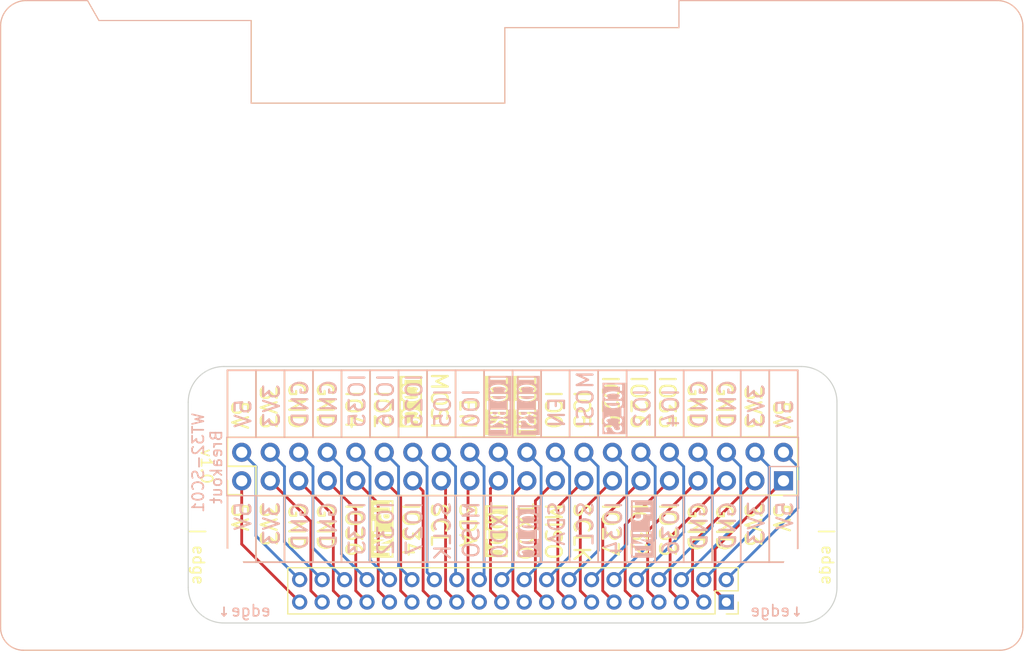
<source format=kicad_pcb>
(kicad_pcb (version 20221018) (generator pcbnew)
  (layers (0 "F.Cu" signal) (31 "B.Cu" signal) (34 "B.Paste" user) (35 "F.Paste" user) (36 "B.SilkS" user "B.Silkscreen") (37 "F.SilkS" user "F.Silkscreen") (38 "B.Mask" user) (39 "F.Mask" user) (44 "Edge.Cuts" user))
  (net 0 "")
  (net 1 "5V")
  (net 2 "3V3")
  (net 3 "GND")
  (net 4 "IO36")
  (net 5 "IO4")
  (net 6 "TP_INT")
  (net 7 "IO2")
  (net 8 "IO34")
  (net 9 "LCD_CS")
  (net 10 "I2C1_SCL")
  (net 11 "SPI2_MOSI")
  (net 12 "I2C1_SDA")
  (net 13 "ESP32_EN")
  (net 14 "LCD_DC")
  (net 15 "LCD_RST")
  (net 16 "TXD0")
  (net 17 "LCD_BKLT")
  (net 18 "SPI2_MISO")
  (net 19 "IO0")
  (net 20 "SPI2_CLK")
  (net 21 "IO5")
  (net 22 "IO27")
  (net 23 "IO25")
  (net 24 "IO32")
  (net 25 "IO26")
  (net 26 "IO33")
  (net 27 "IO35")
  (footprint "WT32-SC01:WT32-SC01_J6" (layer "F.Cu") (at 136.597446 97.324554)
    (fp_text reference "U1" hide)
    (fp_text value "WT32-SC01_J6" hide)
    (fp_line (start -44.669446 27.270446) (end -44.669446 -26.323554) (stroke (width 0.1)) (layer "B.SilkS"))
    (fp_line (start -42.383446 -28.609554) (end -36.922446 -28.609554) (stroke (width 0.1)) (layer "B.SilkS"))
    (fp_line (start -36.922446 -28.609554) (end -35.906446 -26.831554) (stroke (width 0.1)) (layer "B.SilkS"))
    (fp_line (start -35.906446 -26.831554) (end -22.352 -26.831554) (stroke (width 0.1)) (layer "B.SilkS"))
    (fp_line (start -22.352 -26.831554) (end -22.352 -19.465554) (stroke (width 0.1)) (layer "B.SilkS"))
    (fp_line (start -22.352 -19.465554) (end 0.248554 -19.465554) (stroke (width 0.1)) (layer "B.SilkS"))
    (fp_line (start 0.248554 -19.465554) (end 0.248554 -26.196554) (stroke (width 0.1)) (layer "B.SilkS"))
    (fp_line (start 15.758554 -28.609554) (end 44.103554 -28.609554) (stroke (width 0.1)) (layer "B.SilkS"))
    (fp_line (start 15.758554 -26.196554) (end 0.248554 -26.196554) (stroke (width 0.1)) (layer "B.SilkS"))
    (fp_line (start 15.758554 -26.196554) (end 15.758554 -28.609554) (stroke (width 0.1)) (layer "B.SilkS"))
    (fp_line (start 44.357554 29.302446) (end -42.750946 29.302446) (stroke (width 0.1)) (layer "B.SilkS"))
    (fp_line (start 46.389554 -26.323554) (end 46.389554 27.270446) (stroke (width 0.1)) (layer "B.SilkS"))
    (fp_arc (start -44.669446 -26.323554) (mid -43.999892 -27.94) (end -42.383446 -28.609554) (stroke (width 0.1)) (layer "B.SilkS"))
    (fp_arc (start -42.637446 29.302446) (mid -44.074273 28.707273) (end -44.669446 27.270446) (stroke (width 0.1)) (layer "B.SilkS"))
    (fp_arc (start 44.103554 -28.609554) (mid 45.720014 -27.940014) (end 46.389554 -26.323554) (stroke (width 0.1)) (layer "B.SilkS"))
    (fp_arc (start 46.389554 27.270446) (mid 45.794393 28.707285) (end 44.357554 29.302446) (stroke (width 0.1)) (layer "B.SilkS"))
    (fp_line (start -44.669446 27.270446) (end -44.669446 -26.323554) (stroke (width 0.1)) (layer "F.SilkS"))
    (fp_line (start -44.669446 27.270446) (end -44.669446 -26.323554) (stroke (width 0.1)) (layer "F.SilkS"))
    (fp_line (start -42.383446 -28.609554) (end -36.922446 -28.609554) (stroke (width 0.1)) (layer "F.SilkS"))
    (fp_line (start -36.922446 -28.609554) (end -35.906446 -26.831554) (stroke (width 0.1)) (layer "F.SilkS"))
    (fp_line (start -35.906446 -26.831554) (end -22.333446 -26.831554) (stroke (width 0.1)) (layer "F.SilkS"))
    (fp_line (start -22.333446 -26.831554) (end -22.333446 -19.465554) (stroke (width 0.1)) (layer "F.SilkS"))
    (fp_line (start -22.333446 -19.465554) (end 0.248554 -19.465554) (stroke (width 0.1)) (layer "F.SilkS"))
    (fp_line (start -19.086446 26.07) (end -19.086446 21.95) (stroke (width 0.12)) (layer "F.SilkS"))
    (fp_line (start 0.248554 -19.465554) (end 0.248554 -26.196554) (stroke (width 0.1)) (layer "F.SilkS"))
    (fp_line (start 15.758554 -28.609554) (end 44.103554 -28.609554) (stroke (width 0.1)) (layer "F.SilkS"))
    (fp_line (start 15.758554 -26.196554) (end 0.248554 -26.196554) (stroke (width 0.1)) (layer "F.SilkS"))
    (fp_line (start 15.758554 -26.196554) (end 15.758554 -28.609554) (stroke (width 0.1)) (layer "F.SilkS"))
    (fp_line (start 18.973554 24.01) (end 21.033554 24.01) (stroke (width 0.12)) (layer "F.SilkS"))
    (fp_line (start 18.973554 26.07) (end -19.086446 26.07) (stroke (width 0.12)) (layer "F.SilkS"))
    (fp_line (start 18.973554 26.07) (end 18.973554 24.01) (stroke (width 0.12)) (layer "F.SilkS"))
    (fp_line (start 19.973554 26.07) (end 21.033554 26.07) (stroke (width 0.12)) (layer "F.SilkS"))
    (fp_line (start 21.033554 21.95) (end -19.086446 21.95) (stroke (width 0.12)) (layer "F.SilkS"))
    (fp_line (start 21.033554 24.01) (end 21.033554 21.95) (stroke (width 0.12)) (layer "F.SilkS"))
    (fp_line (start 21.033554 26.07) (end 21.033554 25.01) (stroke (width 0.12)) (layer "F.SilkS"))
    (fp_line (start 44.357554 29.302446) (end -42.750946 29.302446) (stroke (width 0.1)) (layer "F.SilkS"))
    (fp_line (start 46.389554 -26.323554) (end 46.389554 27.270446) (stroke (width 0.1)) (layer "F.SilkS"))
    (fp_line (start 46.389554 -26.323554) (end 46.389554 27.270446) (stroke (width 0.1)) (layer "F.SilkS"))
    (fp_arc (start -44.669446 -26.323554) (mid -43.999892 -27.94) (end -42.383446 -28.609554) (stroke (width 0.1)) (layer "F.SilkS"))
    (fp_arc (start -42.637446 29.302446) (mid -44.074273 28.707273) (end -44.669446 27.270446) (stroke (width 0.1)) (layer "F.SilkS"))
    (fp_arc (start 44.103554 -28.609554) (mid 45.720014 -27.940014) (end 46.389554 -26.323554) (stroke (width 0.1)) (layer "F.SilkS"))
    (fp_arc (start 46.389554 27.270446) (mid 45.794393 28.707285) (end 44.357554 29.302446) (stroke (width 0.1)) (layer "F.SilkS"))
    (pad "" np_thru_hole circle locked (at -41.086446 -25.026554) (size 3.2 3.2) (drill 3.2) (layers "*.Cu" "*.Mask"))
    (pad "" np_thru_hole circle locked (at -41.086446 26.273446) (size 3.2 3.2) (drill 3.2) (layers "*.Cu" "*.Mask"))
    (pad "" np_thru_hole circle locked (at 43.033554 -25.026554) (size 3.2 3.2) (drill 3.2) (layers "*.Cu" "*.Mask"))
    (pad "" np_thru_hole circle locked (at 43.033554 26.273446) (size 3.2 3.2) (drill 3.2) (layers "*.Cu" "*.Mask"))
    (pad "1" thru_hole rect locked (at 19.973554 25.01 270) (size 1.35 1.35) (drill 0.8) (layers "*.Cu" "*.Mask") (net 1 "5V"))
    (pad "2" thru_hole oval locked (at 19.973554 23.01 270) (size 1.35 1.35) (drill 0.8) (layers "*.Cu" "*.Mask") (net 1 "5V"))
    (pad "3" thru_hole oval locked (at 17.973554 25.01 270) (size 1.35 1.35) (drill 0.8) (layers "*.Cu" "*.Mask") (net 2 "3V3"))
    (pad "4" thru_hole oval locked (at 17.973554 23.01 270) (size 1.35 1.35) (drill 0.8) (layers "*.Cu" "*.Mask") (net 2 "3V3"))
    (pad "5" thru_hole oval locked (at 15.973554 25.01 270) (size 1.35 1.35) (drill 0.8) (layers "*.Cu" "*.Mask") (net 3 "GND"))
    (pad "6" thru_hole oval locked (at 15.973554 23.01 270) (size 1.35 1.35) (drill 0.8) (layers "*.Cu" "*.Mask") (net 3 "GND"))
    (pad "7" thru_hole oval locked (at 13.973554 25.01 270) (size 1.35 1.35) (drill 0.8) (layers "*.Cu" "*.Mask") (net 3 "GND"))
    (pad "8" thru_hole oval locked (at 13.973554 23.01 270) (size 1.35 1.35) (drill 0.8) (layers "*.Cu" "*.Mask") (net 3 "GND"))
    (pad "9" thru_hole oval locked (at 11.973554 25.01 270) (size 1.35 1.35) (drill 0.8) (layers "*.Cu" "*.Mask") (net 4 "IO36"))
    (pad "10" thru_hole oval locked (at 11.973554 23.01 270) (size 1.35 1.35) (drill 0.8) (layers "*.Cu" "*.Mask") (net 5 "IO4"))
    (pad "11" thru_hole oval locked (at 9.973554 25.01 270) (size 1.35 1.35) (drill 0.8) (layers "*.Cu" "*.Mask") (net 6 "TP_INT"))
    (pad "12" thru_hole oval locked (at 9.973554 23.01 270) (size 1.35 1.35) (drill 0.8) (layers "*.Cu" "*.Mask") (net 7 "IO2"))
    (pad "13" thru_hole oval locked (at 7.973554 25.01 270) (size 1.35 1.35) (drill 0.8) (layers "*.Cu" "*.Mask") (net 8 "IO34"))
    (pad "14" thru_hole oval locked (at 7.973554 23.01 270) (size 1.35 1.35) (drill 0.8) (layers "*.Cu" "*.Mask") (net 9 "LCD_CS"))
    (pad "15" thru_hole oval locked (at 5.973554 25.01 270) (size 1.35 1.35) (drill 0.8) (layers "*.Cu" "*.Mask") (net 10 "I2C1_SCL"))
    (pad "16" thru_hole oval locked (at 5.973554 23.01 270) (size 1.35 1.35) (drill 0.8) (layers "*.Cu" "*.Mask") (net 11 "SPI2_MOSI"))
    (pad "17" thru_hole oval locked (at 3.973554 25.01 270) (size 1.35 1.35) (drill 0.8) (layers "*.Cu" "*.Mask") (net 12 "I2C1_SDA"))
    (pad "18" thru_hole oval locked (at 3.973554 23.01 270) (size 1.35 1.35) (drill 0.8) (layers "*.Cu" "*.Mask") (net 13 "ESP32_EN"))
    (pad "19" thru_hole oval locked (at 1.973554 25.01 270) (size 1.35 1.35) (drill 0.8) (layers "*.Cu" "*.Mask") (net 14 "LCD_DC"))
    (pad "20" thru_hole oval locked (at 1.973554 23.01 270) (size 1.35 1.35) (drill 0.8) (layers "*.Cu" "*.Mask") (net 15 "LCD_RST"))
    (pad "21" thru_hole oval locked (at -0.026446 25.01 270) (size 1.35 1.35) (drill 0.8) (layers "*.Cu" "*.Mask") (net 16 "TXD0"))
    (pad "22" thru_hole oval locked (at -0.026446 23.01 270) (size 1.35 1.35) (drill 0.8) (layers "*.Cu" "*.Mask") (net 17 "LCD_BKLT"))
    (pad "23" thru_hole oval locked (at -2.026446 25.01 270) (size 1.35 1.35) (drill 0.8) (layers "*.Cu" "*.Mask") (net 18 "SPI2_MISO"))
    (pad "24" thru_hole oval locked (at -2.026446 23.01 270) (size 1.35 1.35) (drill 0.8) (layers "*.Cu" "*.Mask") (net 19 "IO0"))
    (pad "25" thru_hole oval locked (at -4.026446 25.01 270) (size 1.35 1.35) (drill 0.8) (layers "*.Cu" "*.Mask") (net 20 "SPI2_CLK"))
    (pad "26" thru_hole oval locked (at -4.026446 23.01 270) (size 1.35 1.35) (drill 0.8) (layers "*.Cu" "*.Mask") (net 21 "IO5"))
    (pad "27" thru_hole oval locked (at -6.026446 25.01 270) (size 1.35 1.35) (drill 0.8) (layers "*.Cu" "*.Mask") (net 22 "IO27"))
    (pad "28" thru_hole oval locked (at -6.026446 23.01 270) (size 1.35 1.35) (drill 0.8) (layers "*.Cu" "*.Mask") (net 23 "IO25"))
    (pad "29" thru_hole oval locked (at -8.026446 25.01 270) (size 1.35 1.35) (drill 0.8) (layers "*.Cu" "*.Mask") (net 24 "IO32"))
    (pad "30" thru_hole oval locked (at -8.026446 23.01 270) (size 1.35 1.35) (drill 0.8) (layers "*.Cu" "*.Mask") (net 25 "IO26"))
    (pad "31" thru_hole oval locked (at -10.026446 25.01 270) (size 1.35 1.35) (drill 0.8) (layers "*.Cu" "*.Mask") (net 26 "IO33"))
    (pad "32" thru_hole oval locked (at -10.026446 23.01 270) (size 1.35 1.35) (drill 0.8) (layers "*.Cu" "*.Mask") (net 27 "IO35"))
    (pad "33" thru_hole oval locked (at -12.026446 25.01 270) (size 1.35 1.35) (drill 0.8) (layers "*.Cu" "*.Mask") (net 3 "GND"))
    (pad "34" thru_hole oval locked (at -12.026446 23.01 270) (size 1.35 1.35) (drill 0.8) (layers "*.Cu" "*.Mask") (net 3 "GND"))
    (pad "35" thru_hole oval locked (at -14.026446 25.01 270) (size 1.35 1.35) (drill 0.8) (layers "*.Cu" "*.Mask") (net 3 "GND"))
    (pad "36" thru_hole oval locked (at -14.026446 23.01 270) (size 1.35 1.35) (drill 0.8) (layers "*.Cu" "*.Mask") (net 3 "GND"))
    (pad "37" thru_hole oval locked (at -16.026446 25.01 270) (size 1.35 1.35) (drill 0.8) (layers "*.Cu" "*.Mask") (net 2 "3V3"))
    (pad "38" thru_hole oval locked (at -16.026446 23.01 270) (size 1.35 1.35) (drill 0.8) (layers "*.Cu" "*.Mask") (net 2 "3V3"))
    (pad "39" thru_hole oval locked (at -18.026446 25.01 270) (size 1.35 1.35) (drill 0.8) (layers "*.Cu" "*.Mask") (net 1 "5V"))
    (pad "40" thru_hole oval locked (at -18.026446 23.01 270) (size 1.35 1.35) (drill 0.8) (layers "*.Cu" "*.Mask") (net 1 "5V"))
  )
  (footprint "Connector_PinHeader_2.54mm:PinHeader_2x20_P2.54mm_Vertical" (layer "B.Cu") (at 161.6672 111.523346 90)
    (fp_text reference "J1" hide)
    (fp_text value "Conn_02x20_Odd_Even")
    (fp_line (start -1.33 -49.59) (end 3.87 -49.59) (stroke (width 0.12)) (layer "B.SilkS"))
    (fp_line (start -1.33 -1.27) (end -1.33 -49.59) (stroke (width 0.12)) (layer "B.SilkS"))
    (fp_line (start -1.33 -1.27) (end 1.27 -1.27) (stroke (width 0.12)) (layer "B.SilkS"))
    (fp_line (start -1.33 0) (end -1.33 1.33) (stroke (width 0.12)) (layer "B.SilkS"))
    (fp_line (start -1.33 1.33) (end 0 1.33) (stroke (width 0.12)) (layer "B.SilkS"))
    (fp_line (start 1.27 -1.27) (end 1.27 1.33) (stroke (width 0.12)) (layer "B.SilkS"))
    (fp_line (start 1.27 1.33) (end 3.87 1.33) (stroke (width 0.12)) (layer "B.SilkS"))
    (fp_line (start 3.87 1.33) (end 3.87 -49.59) (stroke (width 0.12)) (layer "B.SilkS"))
    (pad "1" thru_hole rect (at 0 0 90) (size 1.7 1.7) (drill 1) (layers "*.Cu" "*.Mask") (net 1 "5V"))
    (pad "2" thru_hole oval (at 2.54 0 90) (size 1.7 1.7) (drill 1) (layers "*.Cu" "*.Mask") (net 1 "5V"))
    (pad "3" thru_hole oval (at 0 -2.54 90) (size 1.7 1.7) (drill 1) (layers "*.Cu" "*.Mask") (net 2 "3V3"))
    (pad "4" thru_hole oval (at 2.54 -2.54 90) (size 1.7 1.7) (drill 1) (layers "*.Cu" "*.Mask") (net 2 "3V3"))
    (pad "5" thru_hole oval (at 0 -5.08 90) (size 1.7 1.7) (drill 1) (layers "*.Cu" "*.Mask") (net 3 "GND"))
    (pad "6" thru_hole oval (at 2.54 -5.08 90) (size 1.7 1.7) (drill 1) (layers "*.Cu" "*.Mask") (net 3 "GND"))
    (pad "7" thru_hole oval (at 0 -7.62 90) (size 1.7 1.7) (drill 1) (layers "*.Cu" "*.Mask") (net 3 "GND"))
    (pad "8" thru_hole oval (at 2.54 -7.62 90) (size 1.7 1.7) (drill 1) (layers "*.Cu" "*.Mask") (net 3 "GND"))
    (pad "9" thru_hole oval (at 0 -10.16 90) (size 1.7 1.7) (drill 1) (layers "*.Cu" "*.Mask") (net 4 "IO36"))
    (pad "10" thru_hole oval (at 2.54 -10.16 90) (size 1.7 1.7) (drill 1) (layers "*.Cu" "*.Mask") (net 5 "IO4"))
    (pad "11" thru_hole oval (at 0 -12.7 90) (size 1.7 1.7) (drill 1) (layers "*.Cu" "*.Mask") (net 6 "TP_INT"))
    (pad "12" thru_hole oval (at 2.54 -12.7 90) (size 1.7 1.7) (drill 1) (layers "*.Cu" "*.Mask") (net 7 "IO2"))
    (pad "13" thru_hole oval (at 0 -15.24 90) (size 1.7 1.7) (drill 1) (layers "*.Cu" "*.Mask") (net 8 "IO34"))
    (pad "14" thru_hole oval (at 2.54 -15.24 90) (size 1.7 1.7) (drill 1) (layers "*.Cu" "*.Mask") (net 9 "LCD_CS"))
    (pad "15" thru_hole oval (at 0 -17.78 90) (size 1.7 1.7) (drill 1) (layers "*.Cu" "*.Mask") (net 10 "I2C1_SCL"))
    (pad "16" thru_hole oval (at 2.54 -17.78 90) (size 1.7 1.7) (drill 1) (layers "*.Cu" "*.Mask") (net 11 "SPI2_MOSI"))
    (pad "17" thru_hole oval (at 0 -20.32 90) (size 1.7 1.7) (drill 1) (layers "*.Cu" "*.Mask") (net 12 "I2C1_SDA"))
    (pad "18" thru_hole oval (at 2.54 -20.32 90) (size 1.7 1.7) (drill 1) (layers "*.Cu" "*.Mask") (net 13 "ESP32_EN"))
    (pad "19" thru_hole oval (at 0 -22.86 90) (size 1.7 1.7) (drill 1) (layers "*.Cu" "*.Mask") (net 14 "LCD_DC"))
    (pad "20" thru_hole oval (at 2.54 -22.86 90) (size 1.7 1.7) (drill 1) (layers "*.Cu" "*.Mask") (net 15 "LCD_RST"))
    (pad "21" thru_hole oval (at 0 -25.4 90) (size 1.7 1.7) (drill 1) (layers "*.Cu" "*.Mask") (net 16 "TXD0"))
    (pad "22" thru_hole oval (at 2.54 -25.4 90) (size 1.7 1.7) (drill 1) (layers "*.Cu" "*.Mask") (net 17 "LCD_BKLT"))
    (pad "23" thru_hole oval (at 0 -27.94 90) (size 1.7 1.7) (drill 1) (layers "*.Cu" "*.Mask") (net 18 "SPI2_MISO"))
    (pad "24" thru_hole oval (at 2.54 -27.94 90) (size 1.7 1.7) (drill 1) (layers "*.Cu" "*.Mask") (net 19 "IO0"))
    (pad "25" thru_hole oval (at 0 -30.48 90) (size 1.7 1.7) (drill 1) (layers "*.Cu" "*.Mask") (net 20 "SPI2_CLK"))
    (pad "26" thru_hole oval (at 2.54 -30.48 90) (size 1.7 1.7) (drill 1) (layers "*.Cu" "*.Mask") (net 21 "IO5"))
    (pad "27" thru_hole oval (at 0 -33.02 90) (size 1.7 1.7) (drill 1) (layers "*.Cu" "*.Mask") (net 22 "IO27"))
    (pad "28" thru_hole oval (at 2.54 -33.02 90) (size 1.7 1.7) (drill 1) (layers "*.Cu" "*.Mask") (net 23 "IO25"))
    (pad "29" thru_hole oval (at 0 -35.56 90) (size 1.7 1.7) (drill 1) (layers "*.Cu" "*.Mask") (net 24 "IO32"))
    (pad "30" thru_hole oval (at 2.54 -35.56 90) (size 1.7 1.7) (drill 1) (layers "*.Cu" "*.Mask") (net 25 "IO26"))
    (pad "31" thru_hole oval (at 0 -38.1 90) (size 1.7 1.7) (drill 1) (layers "*.Cu" "*.Mask") (net 26 "IO33"))
    (pad "32" thru_hole oval (at 2.54 -38.1 90) (size 1.7 1.7) (drill 1) (layers "*.Cu" "*.Mask") (net 27 "IO35"))
    (pad "33" thru_hole oval (at 0 -40.64 90) (size 1.7 1.7) (drill 1) (layers "*.Cu" "*.Mask") (net 3 "GND"))
    (pad "34" thru_hole oval (at 2.54 -40.64 90) (size 1.7 1.7) (drill 1) (layers "*.Cu" "*.Mask") (net 3 "GND"))
    (pad "35" thru_hole oval (at 0 -43.18 90) (size 1.7 1.7) (drill 1) (layers "*.Cu" "*.Mask") (net 3 "GND"))
    (pad "36" thru_hole oval (at 2.54 -43.18 90) (size 1.7 1.7) (drill 1) (layers "*.Cu" "*.Mask") (net 3 "GND"))
    (pad "37" thru_hole oval (at 0 -45.72 90) (size 1.7 1.7) (drill 1) (layers "*.Cu" "*.Mask") (net 2 "3V3"))
    (pad "38" thru_hole oval (at 2.54 -45.72 90) (size 1.7 1.7) (drill 1) (layers "*.Cu" "*.Mask") (net 2 "3V3"))
    (pad "39" thru_hole oval (at 0 -48.26 90) (size 1.7 1.7) (drill 1) (layers "*.Cu" "*.Mask") (net 1 "5V"))
    (pad "40" thru_hole oval (at 2.54 -48.26 90) (size 1.7 1.7) (drill 1) (layers "*.Cu" "*.Mask") (net 1 "5V"))
  )
  (footprint "clipboard:579d114b-482e-4930-9728-e2bebf0b6204" (layer "B.Cu") (at 163.2712 122.6268 90)
    (fp_text reference "" (at 5.969 -18.288 90) (layer "B.SilkS") (effects (font (size 1.27 1.27)) (justify mirror)))
    (fp_text value "" (at 5.969 -18.288 90) (layer "B.SilkS") (effects (font (size 1.27 1.27)) (justify mirror)))
    (pad "" np_thru_hole circle (at 3.45 -51.3 90) (size 3.2 3.2) (drill 3.2) (layers "*.Cu" "*.Mask"))
    (pad "" np_thru_hole circle (at 3.45 0 90) (size 3.2 3.2) (drill 3.2) (layers "*.Cu" "*.Mask"))
  )
  (gr_line (start 140.0772 107.603596) (end 140.0772 101.676096) (stroke (width 0.15)) (layer "B.SilkS"))
  (gr_line (start 134.9972 112.852096) (end 134.9972 118.779596) (stroke (width 0.15)) (layer "B.SilkS"))
  (gr_line (start 155.3172 107.603596) (end 155.3172 101.676096) (stroke (width 0.15)) (layer "B.SilkS"))
  (gr_line (start 147.6972 107.603596) (end 147.6972 101.676096) (stroke (width 0.15)) (layer "B.SilkS"))
  (gr_line (start 134.9972 107.603596) (end 134.9972 101.676096) (stroke (width 0.15)) (layer "B.SilkS"))
  (gr_line (start 132.4572 107.603596) (end 132.4572 101.676096) (stroke (width 0.15)) (layer "B.SilkS"))
  (gr_line (start 162.9372 101.676096) (end 162.9372 107.645096) (stroke (width 0.15)) (layer "B.SilkS"))
  (gr_line (start 150.2372 112.852096) (end 150.2372 118.779596) (stroke (width 0.15)) (layer "B.SilkS"))
  (gr_line (start 112.1372 107.603596) (end 112.1372 101.676096) (stroke (width 0.15)) (layer "B.SilkS"))
  (gr_line (start 117.2172 112.852096) (end 117.2172 118.779596) (stroke (width 0.15)) (layer "B.SilkS"))
  (gr_line (start 112.1372 118.779596) (end 112.1372 112.810596) (stroke (width 0.15)) (layer "B.SilkS"))
  (gr_line (start 129.9172 107.603596) (end 129.9172 101.676096) (stroke (width 0.15)) (layer "B.SilkS"))
  (gr_line (start 160.3972 112.852096) (end 160.3972 118.779596) (stroke (width 0.15)) (layer "B.SilkS"))
  (gr_line (start 152.7772 112.852096) (end 152.7772 118.779596) (stroke (width 0.15)) (layer "B.SilkS"))
  (gr_line (start 160.3972 107.603596) (end 160.3972 101.676096) (stroke (width 0.15)) (layer "B.SilkS"))
  (gr_line (start 157.8572 112.852096) (end 157.8572 118.779596) (stroke (width 0.15)) (layer "B.SilkS"))
  (gr_line (start 124.8372 107.603596) (end 124.8372 101.676096) (stroke (width 0.15)) (layer "B.SilkS"))
  (gr_line (start 129.9172 112.852096) (end 129.9172 118.779596) (stroke (width 0.15)) (layer "B.SilkS"))
  (gr_line (start 127.3772 107.603596) (end 127.3772 101.676096) (stroke (width 0.15)) (layer "B.SilkS"))
  (gr_line (start 140.0772 112.852096) (end 140.0772 118.779596) (stroke (width 0.15)) (layer "B.SilkS"))
  (gr_line (start 162.9372 112.852096) (end 162.9372 118.779596) (stroke (width 0.15)) (layer "B.SilkS"))
  (gr_line (start 114.6772 107.603596) (end 114.6772 101.676096) (stroke (width 0.15)) (layer "B.SilkS"))
  (gr_line (start 137.5372 112.852096) (end 137.5372 118.779596) (stroke (width 0.15)) (layer "B.SilkS"))
  (gr_line (start 147.6972 112.852096) (end 147.6972 118.779596) (stroke (width 0.15)) (layer "B.SilkS"))
  (gr_line (start 122.2972 107.603596) (end 122.2972 101.676096) (stroke (width 0.15)) (layer "B.SilkS"))
  (gr_line (start 142.6172 112.852096) (end 142.6172 118.779596) (stroke (width 0.15)) (layer "B.SilkS"))
  (gr_line (start 145.1572 112.852096) (end 145.1572 118.779596) (stroke (width 0.15)) (layer "B.SilkS"))
  (gr_line (start 127.3772 112.852096) (end 127.3772 118.779596) (stroke (width 0.15)) (layer "B.SilkS"))
  (gr_line (start 155.3172 112.852096) (end 155.3172 118.779596) (stroke (width 0.15)) (layer "B.SilkS"))
  (gr_line (start 122.2972 112.852096) (end 122.2972 118.779596) (stroke (width 0.15)) (layer "B.SilkS"))
  (gr_line (start 119.7572 112.852096) (end 119.7572 118.779596) (stroke (width 0.15)) (layer "B.SilkS"))
  (gr_line (start 162.9372 118.779596) (end 112.1372 118.779596) (stroke (width 0.15)) (layer "B.SilkS"))
  (gr_line (start 157.8572 107.603596) (end 157.8572 101.676096) (stroke (width 0.15)) (layer "B.SilkS"))
  (gr_line (start 114.6772 112.852096) (end 114.6772 118.779596) (stroke (width 0.15)) (layer "B.SilkS"))
  (gr_line (start 145.1572 107.603596) (end 145.1572 101.676096) (stroke (width 0.15)) (layer "B.SilkS"))
  (gr_line (start 117.2172 107.603596) (end 117.2172 101.676096) (stroke (width 0.15)) (layer "B.SilkS"))
  (gr_line (start 124.8372 112.852096) (end 124.8372 118.779596) (stroke (width 0.15)) (layer "B.SilkS"))
  (gr_line (start 132.4572 112.852096) (end 132.4572 118.779596) (stroke (width 0.15)) (layer "B.SilkS"))
  (gr_line (start 150.2372 107.603596) (end 150.2372 101.676096) (stroke (width 0.15)) (layer "B.SilkS"))
  (gr_line (start 142.6172 107.603596) (end 142.6172 101.676096) (stroke (width 0.15)) (layer "B.SilkS"))
  (gr_line (start 137.5372 107.603596) (end 137.5372 101.676096) (stroke (width 0.15)) (layer "B.SilkS"))
  (gr_line (start 162.9372 101.676096) (end 112.1372 101.676096) (stroke (width 0.15)) (layer "B.SilkS"))
  (gr_line (start 152.7772 107.603596) (end 152.7772 101.676096) (stroke (width 0.15)) (layer "B.SilkS"))
  (gr_line (start 119.7572 107.603596) (end 119.7572 101.676096) (stroke (width 0.15)) (layer "B.SilkS"))
  (gr_line (start 112.1372 118.779596) (end 112.1372 112.852096) (stroke (width 0.15)) (layer "F.SilkS"))
  (gr_line (start 140.0772 118.779596) (end 140.0772 112.852096) (stroke (width 0.15)) (layer "F.SilkS"))
  (gr_line (start 157.8572 118.779596) (end 157.8572 112.852096) (stroke (width 0.15)) (layer "F.SilkS"))
  (gr_line (start 124.8372 101.676096) (end 124.8372 107.603596) (stroke (width 0.15)) (layer "F.SilkS"))
  (gr_line (start 162.9372 112.810596) (end 162.9372 107.603596) (stroke (width 0.15)) (layer "F.SilkS"))
  (gr_line (start 129.9172 101.676096) (end 129.9172 107.603596) (stroke (width 0.15)) (layer "F.SilkS"))
  (gr_line (start 162.9372 107.603596) (end 112.1372 107.645096) (stroke (width 0.15)) (layer "F.SilkS"))
  (gr_line (start 162.9372 101.676096) (end 162.9372 107.603596) (stroke (width 0.15)) (layer "F.SilkS"))
  (gr_line (start 134.9972 118.779596) (end 134.9972 112.852096) (stroke (width 0.15)) (layer "F.SilkS"))
  (gr_line (start 145.1572 101.676096) (end 145.1572 107.603596) (stroke (width 0.15)) (layer "F.SilkS"))
  (gr_line (start 112.1372 112.852096) (end 112.1372 111.497846) (stroke (width 0.15)) (layer "F.SilkS"))
  (gr_line (start 117.2172 101.676096) (end 117.2172 107.603596) (stroke (width 0.15)) (layer "F.SilkS"))
  (gr_line (start 122.2972 118.779596) (end 122.2972 112.852096) (stroke (width 0.15)) (layer "F.SilkS"))
  (gr_line (start 155.3172 101.676096) (end 155.3172 107.603596) (stroke (width 0.15)) (layer "F.SilkS"))
  (gr_line (start 137.5372 118.779596) (end 137.5372 112.852096) (stroke (width 0.15)) (layer "F.SilkS"))
  (gr_line (start 132.4572 118.779596) (end 132.4572 112.852096) (stroke (width 0.15)) (layer "F.SilkS"))
  (gr_line (start 160.3972 101.676096) (end 160.3972 107.603596) (stroke (width 0.15)) (layer "F.SilkS"))
  (gr_line (start 134.9972 101.676096) (end 134.9972 107.603596) (stroke (width 0.15)) (layer "F.SilkS"))
  (gr_line (start 127.3772 118.779596) (end 127.3772 112.852096) (stroke (width 0.15)) (layer "F.SilkS"))
  (gr_line (start 145.1572 118.779596) (end 145.1572 112.852096) (stroke (width 0.15)) (layer "F.SilkS"))
  (gr_line (start 147.6972 101.676096) (end 147.6972 107.603596) (stroke (width 0.15)) (layer "F.SilkS"))
  (gr_line (start 150.2372 101.676096) (end 150.2372 107.603596) (stroke (width 0.15)) (layer "F.SilkS"))
  (gr_line (start 114.6772 101.676096) (end 114.6772 107.603596) (stroke (width 0.15)) (layer "F.SilkS"))
  (gr_line (start 112.1372 110.227846) (end 114.6772 110.227846) (stroke (width 0.15)) (layer "F.SilkS"))
  (gr_line (start 157.8572 101.676096) (end 157.8572 107.603596) (stroke (width 0.15)) (layer "F.SilkS"))
  (gr_line (start 119.7572 101.676096) (end 119.7572 107.603596) (stroke (width 0.15)) (layer "F.SilkS"))
  (gr_line (start 119.7572 118.779596) (end 119.7572 112.852096) (stroke (width 0.15)) (layer "F.SilkS"))
  (gr_line (start 155.3172 118.779596) (end 155.3172 112.852096) (stroke (width 0.15)) (layer "F.SilkS"))
  (gr_line (start 162.9372 101.676096) (end 112.1372 101.676096) (stroke (width 0.15)) (layer "F.SilkS"))
  (gr_line (start 137.5372 101.676096) (end 137.5372 107.603596) (stroke (width 0.15)) (layer "F.SilkS"))
  (gr_line (start 112.1372 107.645096) (end 112.1372 101.676096) (stroke (width 0.15)) (layer "F.SilkS"))
  (gr_line (start 114.6772 110.227846) (end 114.6772 112.852096) (stroke (width 0.15)) (layer "F.SilkS"))
  (gr_line (start 112.1372 107.645096) (end 112.1372 110.227846) (stroke (width 0.15)) (layer "F.SilkS"))
  (gr_line (start 150.2372 118.779596) (end 150.2372 112.852096) (stroke (width 0.15)) (layer "F.SilkS"))
  (gr_line (start 162.9372 118.779596) (end 112.1372 118.779596) (stroke (width 0.15)) (layer "F.SilkS"))
  (gr_line (start 132.4572 101.676096) (end 132.4572 107.603596) (stroke (width 0.15)) (layer "F.SilkS"))
  (gr_line (start 160.3972 118.779596) (end 160.3972 112.852096) (stroke (width 0.15)) (layer "F.SilkS"))
  (gr_line (start 142.6172 118.779596) (end 142.6172 112.852096) (stroke (width 0.15)) (layer "F.SilkS"))
  (gr_line (start 140.0772 101.676096) (end 140.0772 107.603596) (stroke (width 0.15)) (layer "F.SilkS"))
  (gr_line (start 114.6772 118.779596) (end 114.6772 112.852096) (stroke (width 0.15)) (layer "F.SilkS"))
  (gr_line (start 162.9372 112.810596) (end 162.9372 118.779596) (stroke (width 0.15)) (layer "F.SilkS"))
  (gr_line (start 113.4072 112.767846) (end 112.1372 112.767846) (stroke (width 0.15)) (layer "F.SilkS"))
  (gr_line (start 117.2172 118.779596) (end 117.2172 112.852096) (stroke (width 0.15)) (layer "F.SilkS"))
  (gr_line (start 147.6972 118.779596) (end 147.6972 112.852096) (stroke (width 0.15)) (layer "F.SilkS"))
  (gr_line (start 142.6172 101.676096) (end 142.6172 107.603596) (stroke (width 0.15)) (layer "F.SilkS"))
  (gr_line (start 127.3772 101.676096) (end 127.3772 107.603596) (stroke (width 0.15)) (layer "F.SilkS"))
  (gr_line (start 152.7772 101.676096) (end 152.7772 107.603596) (stroke (width 0.15)) (layer "F.SilkS"))
  (gr_line (start 114.6772 112.852096) (end 162.9372 112.810596) (stroke (width 0.15)) (layer "F.SilkS"))
  (gr_line (start 129.9172 118.779596) (end 129.9172 112.852096) (stroke (width 0.15)) (layer "F.SilkS"))
  (gr_line (start 122.2972 101.676096) (end 122.2972 107.603596) (stroke (width 0.15)) (layer "F.SilkS"))
  (gr_line (start 152.7772 118.779596) (end 152.7772 112.852096) (stroke (width 0.15)) (layer "F.SilkS"))
  (gr_line (start 124.8372 118.779596) (end 124.8372 112.852096) (stroke (width 0.15)) (layer "F.SilkS"))
  (gr_line (start 108.6447 121.022846) (end 108.6447 104.512846) (stroke (width 0.1)) (layer "Edge.Cuts"))
  (gr_arc (start 166.4297 121.022846) (mid 165.499764 123.26791) (end 163.2547 124.197846) (stroke (width 0.1)) (layer "Edge.Cuts"))
  (gr_arc (start 111.8197 124.197846) (mid 109.574636 123.26791) (end 108.6447 121.022846) (stroke (width 0.1)) (layer "Edge.Cuts"))
  (gr_line (start 163.2547 124.197846) (end 111.8197 124.197846) (stroke (width 0.1)) (layer "Edge.Cuts"))
  (gr_arc (start 108.6447 104.512846) (mid 109.574636 102.267782) (end 111.8197 101.337846) (stroke (width 0.1)) (layer "Edge.Cuts"))
  (gr_line (start 111.8197 101.337846) (end 163.2547 101.337846) (stroke (width 0.1)) (layer "Edge.Cuts"))
  (gr_arc (start 163.2547 101.337846) (mid 165.499764 102.267782) (end 166.4297 104.512846) (stroke (width 0.1)) (layer "Edge.Cuts"))
  (gr_line (start 166.4297 104.512846) (end 166.4297 121.022846) (stroke (width 0.1)) (layer "Edge.Cuts"))
  (gr_text "IO26" (at 127.0572 106.920847 90) (layer "B.SilkS") (effects (font (size 1.4 1.4) (thickness 0.2)) (justify right bottom mirror)))
  (gr_text "LCD_BKL" (at 137.2172 102.108 90) (layer "B.SilkS" knockout) (effects (font (size 1.4 0.8) (thickness 0.2)) (justify left bottom mirror)))
  (gr_text "3V3" (at 116.8972 113.275845 90) (layer "B.SilkS") (effects (font (size 1.4 1.4) (thickness 0.2)) (justify left bottom mirror)))
  (gr_text "IO0" (at 134.6772 106.920847 90) (layer "B.SilkS") (effects (font (size 1.4 1.4) (thickness 0.2)) (justify right bottom mirror)))
  (gr_text "↓edge" (at 163.5722 123.689846) (layer "B.SilkS") (effects (font (size 1 1)) (justify left bottom mirror)))
  (gr_text "IO33" (at 124.5172 118.295845 90) (layer "B.SilkS") (effects (font (size 1.4 1.4) (thickness 0.2)) (justify right bottom mirror)))
  (gr_text "GND" (at 121.9772 113.275845 90) (layer "B.SilkS") (effects (font (size 1.4 1.4) (thickness 0.2)) (justify left bottom mirror)))
  (gr_text "3V3" (at 160.0772 106.920847 90) (layer "B.SilkS") (effects (font (size 1.4 1.4) (thickness 0.2)) (justify right bottom mirror)))
  (gr_text " LCD_CS" (at 147.3772 102.108 90) (layer "B.SilkS" knockout) (effects (font (size 1.4 0.8) (thickness 0.2)) (justify left bottom mirror)))
  (gr_text "GND" (at 157.5372 117.762512 90) (layer "B.SilkS") (effects (font (size 1.4 1.4) (thickness 0.2)) (justify right bottom mirror)))
  (gr_text "TP_INT" (at 149.9172 118.355846 90) (layer "B.SilkS" knockout) (effects (font (size 1.4 1) (thickness 0.2)) (justify right bottom mirror)))
  (gr_text "IO36" (at 152.4572 118.295845 90) (layer "B.SilkS") (effects (font (size 1.4 1.4) (thickness 0.2)) (justify right bottom mirror)))
  (gr_text "SDA" (at 142.2972 117.429178 90) (layer "B.SilkS") (effects (font (size 1.4 1.4) (thickness 0.2)) (justify right bottom mirror)))
  (gr_text "3V3" (at 116.8972 106.920847 90) (layer "B.SilkS") (effects (font (size 1.4 1.4) (thickness 0.2)) (justify right bottom mirror)))
  (gr_text "IO34" (at 147.3772 118.295845 90) (layer "B.SilkS") (effects (font (size 1.4 1.4) (thickness 0.2)) (justify right bottom mirror)))
  (gr_text "GND" (at 119.4372 113.275845 90) (layer "B.SilkS") (effects (font (size 1.4 1.4) (thickness 0.2)) (justify left bottom mirror)))
  (gr_text "WT32-SC01 \nBreakout" (at 110.3376 110.2868 90) (layer "B.SilkS") (effects (font (size 1 1)) (justify mirror)))
  (gr_text "edge↓" (at 116.0742 123.689846) (layer "B.SilkS") (effects (font (size 1 1)) (justify left bottom mirror)))
  (gr_text "5V" (at 114.3572 113.275845 90) (layer "B.SilkS") (effects (font (size 1.4 1.4) (thickness 0.2)) (justify left bottom mirror)))
  (gr_text "3V3" (at 160.0772 117.362511 90) (layer "B.SilkS") (effects (font (size 1.4 1.4) (thickness 0.2)) (justify right bottom mirror)))
  (gr_text "MOSI" (at 144.8372 106.920847 90) (layer "B.SilkS") (effects (font (size 1.4 1.4) (thickness 0.2)) (justify right bottom mirror)))
  (gr_text "IO4" (at 152.4572 106.920847 90) (layer "B.SilkS") (effects (font (size 1.4 1.4) (thickness 0.2)) (justify right bottom mirror)))
  (gr_text "TXD0" (at 137.2172 118.629178 90) (layer "B.SilkS") (effects (font (size 1.4 1.4) (thickness 0.2)) (justify right bottom mirror)))
  (gr_text "MISO" (at 134.6772 118.562512 90) (layer "B.SilkS") (effects (font (size 1.4 1.4) (thickness 0.2)) (justify right bottom mirror)))
  (gr_text "5V" (at 162.6172 116.029178 90) (layer "B.SilkS") (effects (font (size 1.4 1.4) (thickness 0.2)) (justify right bottom mirror)))
  (gr_text "IO5" (at 132.1372 106.920847 90) (layer "B.SilkS") (effects (font (size 1.4 1.4) (thickness 0.2)) (justify right bottom mirror)))
  (gr_text " LCD_DC" (at 139.8232 118.355846 90) (layer "B.SilkS" knockout) (effects (font (size 1.4 0.8) (thickness 0.2)) (justify right bottom mirror)))
  (gr_text "IO27" (at 129.5972 118.295845 90) (layer "B.SilkS") (effects (font (size 1.4 1.4) (thickness 0.2)) (justify right bottom mirror)))
  (gr_text "GND" (at 119.4372 106.920847 90) (layer "B.SilkS") (effects (font (size 1.4 1.4) (thickness 0.2)) (justify right bottom mirror)))
  (gr_text "IO35" (at 124.5172 106.920847 90) (layer "B.SilkS") (effects (font (size 1.4 1.4) (thickness 0.2)) (justify right bottom mirror)))
  (gr_text "SCL" (at 144.8372 117.362511 90) (layer "B.SilkS") (effects (font (size 1.4 1.4) (thickness 0.2)) (justify right bottom mirror)))
  (gr_text "GND" (at 154.9972 106.920847 90) (layer "B.SilkS") (effects (font (size 1.4 1.4) (thickness 0.2)) (justify right bottom mirror)))
  (gr_text "IO25" (at 129.5972 106.920847 90) (layer "B.SilkS") (effects (font (size 1.4 1.4) (thickness 0.2)) (justify right bottom mirror)))
  (gr_text "IO2" (at 149.9172 106.920847 90) (layer "B.SilkS") (effects (font (size 1.4 1.4) (thickness 0.2)) (justify right bottom mirror)))
  (gr_text "LCD_RST" (at 139.7508 102.108 90) (layer "B.SilkS" knockout) (effects (font (size 1.4 0.8) (thickness 0.2)) (justify left bottom mirror)))
  (gr_text "SCLK" (at 132.1372 118.762511 90) (layer "B.SilkS") (effects (font (size 1.4 1.4) (thickness 0.2)) (justify right bottom mirror)))
  (gr_text "IO32" (at 127.0572 118.295845 90) (layer "B.SilkS") (effects (font (size 1.4 1.4) (thickness 0.2)) (justify right bottom mirror)))
  (gr_text "5V" (at 114.3572 106.920847 90) (layer "B.SilkS") (effects (font (size 1.4 1.4) (thickness 0.2)) (justify right bottom mirror)))
  (gr_text "GND" (at 157.5372 106.920847 90) (layer "B.SilkS") (effects (font (size 1.4 1.4) (thickness 0.2)) (justify right bottom mirror)))
  (gr_text "5V" (at 162.6172 106.920847 90) (layer "B.SilkS") (effects (font (size 1.4 1.4) (thickness 0.2)) (justify right bottom mirror)))
  (gr_text "GND" (at 154.9972 117.762512 90) (layer "B.SilkS") (effects (font (size 1.4 1.4) (thickness 0.2)) (justify right bottom mirror)))
  (gr_text "EN" (at 142.2972 106.920847 90) (layer "B.SilkS") (effects (font (size 1.4 1.4) (thickness 0.2)) (justify right bottom mirror)))
  (gr_text "GND" (at 121.9772 106.920847 90) (layer "B.SilkS") (effects (font (size 1.4 1.4) (thickness 0.2)) (justify right bottom mirror)))
  (gr_text "GND" (at 117.4712 107.052846 -90) (layer "F.SilkS") (effects (font (size 1.4 1.4) (thickness 0.2)) (justify right bottom)))
  (gr_text "GND" (at 120.0112 117.894511 -90) (layer "F.SilkS") (effects (font (size 1.4 1.4) (thickness 0.2)) (justify right bottom)))
  (gr_text "GND" (at 153.0312 113.407844 -90) (layer "F.SilkS") (effects (font (size 1.4 1.4) (thickness 0.2)) (justify left bottom)))
  (gr_text " LCD_DC" (at 135.2512 118.355846 270) (layer "F.SilkS" knockout) (effects (font (size 1.4 0.8) (thickness 0.2)) (justify right bottom)))
  (gr_text "IO2" (at 125.0912 107.052846 -90) (layer "F.SilkS") (effects (font (size 1.4 1.4) (thickness 0.2)) (justify right bottom)))
  (gr_text "GND" (at 155.5712 107.052846 -90) (layer "F.SilkS") (effects (font (size 1.4 1.4) (thickness 0.2)) (justify right bottom)))
  (gr_text "IO5" (at 142.8712 107.052846 -90) (layer "F.SilkS") (effects (font (size 1.4 1.4) (thickness 0.2)) (justify right bottom)))
  (gr_text "v1.0" (at 110.2868 110.236 -90) (layer "F.SilkS") (effects (font (size 1 1))))
  (gr_text "MOSI" (at 130.1712 107.052846 -90) (layer "F.SilkS") (effects (font (size 1.4 1.4) (thickness 0.2)) (justify right bottom)))
  (gr_text "SDA" (at 132.7112 117.561177 -90) (layer "F.SilkS") (effects (font (size 1.4 1.4) (thickness 0.2)) (justify right bottom)))
  (gr_text "5V" (at 160.6512 107.052846 -90) (layer "F.SilkS") (effects (font (size 1.4 1.4) (thickness 0.2)) (justify right bottom)))
  (gr_text "IO26" (at 147.9512 107.052846 -90) (layer "F.SilkS") (effects (font (size 1.4 1.4) (thickness 0.2)) (justify right bottom)))
  (gr_text "IO27" (at 145.4112 118.427844 -90) (layer "F.SilkS") (effects (font (size 1.4 1.4) (thickness 0.2)) (justify right bottom)))
  (gr_text "IO32" (at 147.9512 118.427844 -90) (layer "F.SilkS") (effects (font (size 1.4 1.4) (thickness 0.2)) (justify right bottom)))
  (gr_text "| edge" (at 164.9984 115.4684 -90) (layer "F.SilkS") (effects (font (size 1 1)) (justify left bottom)))
  (gr_text "IO25" (at 145.4112 107.052846 -90) (layer "F.SilkS") (effects (font (size 1.4 1.4) (thickness 0.2)) (justify right bottom)))
  (gr_text "MISO" (at 140.3312 118.694511 -90) (layer "F.SilkS") (effects (font (size 1.4 1.4) (thickness 0.2)) (justify right bottom)))
  (gr_text "3V3" (at 158.1112 113.407844 -90) (layer "F.SilkS") (effects (font (size 1.4 1.4) (thickness 0.2)) (justify left bottom)))
  (gr_text "3V3" (at 158.1112 107.052846 -90) (layer "F.SilkS") (effects (font (size 1.4 1.4) (thickness 0.2)) (justify right bottom)))
  (gr_text "3V3" (at 114.9312 117.49451 -90) (layer "F.SilkS") (effects (font (size 1.4 1.4) (thickness 0.2)) (justify right bottom)))
  (gr_text "LCD_RST" (at 135.2804 102.108 270) (layer "F.SilkS" knockout) (effects (font (size 1.4 0.8) (thickness 0.2)) (justify left bottom)))
  (gr_text "5V" (at 112.3912 116.161177 -90) (layer "F.SilkS") (effects (font (size 1.4 1.4) (thickness 0.2)) (justify right bottom)))
  (gr_text "5V" (at 160.6512 113.407844 -90) (layer "F.SilkS") (effects (font (size 1.4 1.4) (thickness 0.2)) (justify left bottom)))
  (gr_text "EN" (at 132.7112 107.052846 -90) (layer "F.SilkS") (effects (font (size 1.4 1.4) (thickness 0.2)) (justify right bottom)))
  (gr_text "SCLK" (at 142.8712 118.89451 -90) (layer "F.SilkS") (effects (font (size 1.4 1.4) (thickness 0.2)) (justify right bottom)))
  (gr_text "LCD_BKL" (at 137.7912 102.108 270) (layer "F.SilkS" knockout) (effects (font (size 1.4 0.8) (thickness 0.2)) (justify left bottom)))
  (gr_text "IO0" (at 140.3312 107.052846 -90) (layer "F.SilkS") (effects (font (size 1.4 1.4) (thickness 0.2)) (justify right bottom)))
  (gr_text "IO34" (at 127.6312 118.427844 -90) (layer "F.SilkS") (effects (font (size 1.4 1.4) (thickness 0.2)) (justify right bottom)))
  (gr_text "IO35" (at 150.4912 107.052846 -90) (layer "F.SilkS") (effects (font (size 1.4 1.4) (thickness 0.2)) (justify right bottom)))
  (gr_text "SCL" (at 130.1712 117.49451 -90) (layer "F.SilkS") (effects (font (size 1.4 1.4) (thickness 0.2)) (justify right bottom)))
  (gr_text "LCD_CS " (at 127.6312 102.108 270) (layer "F.SilkS" knockout) (effects (font (size 1.4 0.8) (thickness 0.2)) (justify left bottom)))
  (gr_text "GND" (at 120.0112 107.052846 -90) (layer "F.SilkS") (effects (font (size 1.4 1.4) (thickness 0.2)) (justify right bottom)))
  (gr_text "IO4" (at 122.5512 107.052846 -90) (layer "F.SilkS") (effects (font (size 1.4 1.4) (thickness 0.2)) (justify right bottom)))
  (gr_text "GND" (at 117.4712 117.894511 -90) (layer "F.SilkS") (effects (font (size 1.4 1.4) (thickness 0.2)) (justify right bottom)))
  (gr_text "GND" (at 153.0312 107.052846 -90) (layer "F.SilkS") (effects (font (size 1.4 1.4) (thickness 0.2)) (justify right bottom)))
  (gr_text "3V3" (at 114.9312 107.052846 -90) (layer "F.SilkS") (effects (font (size 1.4 1.4) (thickness 0.2)) (justify right bottom)))
  (gr_text "IO33" (at 150.4912 118.427844 -90) (layer "F.SilkS") (effects (font (size 1.4 1.4) (thickness 0.2)) (justify right bottom)))
  (gr_text "TP_INT" (at 125.0912 118.355846 -90) (layer "F.SilkS" knockout) (effects (font (size 1.4 1) (thickness 0.2)) (justify right bottom)))
  (gr_text "GND" (at 155.5712 113.407844 -90) (layer "F.SilkS") (effects (font (size 1.4 1.4) (thickness 0.2)) (justify left bottom)))
  (gr_text "5V" (at 112.3912 107.052846 -90) (layer "F.SilkS") (effects (font (size 1.4 1.4) (thickness 0.2)) (justify right bottom)))
  (gr_text "TXD0" (at 137.7912 118.761177 -90) (layer "F.SilkS") (effects (font (size 1.4 1.4) (thickness 0.2)) (justify right bottom)))
  (gr_text "| edge " (at 108.966 115.4684 -90) (layer "F.SilkS") (effects (font (size 1 1)) (justify left bottom)))
  (gr_text "IO36" (at 122.5512 118.427844 -90) (layer "F.SilkS") (effects (font (size 1.4 1.4) (thickness 0.2)) (justify right bottom)))
  (segment (start 155.5712 121.276846) (end 155.5712 117.593846) (width 0.25) (layer "F.Cu") (net 1))
  (segment (start 113.4072 117.1664) (end 113.4072 111.523346) (width 0.25) (layer "F.Cu") (net 1))
  (segment (start 155.5712 117.593846) (end 161.6417 111.523346) (width 0.25) (layer "F.Cu") (net 1))
  (segment (start 118.5672 122.3264) (end 113.4072 117.1664) (width 0.25) (layer "F.Cu") (net 1))
  (segment (start 156.5672 122.3264) (end 156.5672 122.272846) (width 0.25) (layer "F.Cu") (net 1))
  (segment (start 156.5672 122.272846) (end 155.5712 121.276846) (width 0.25) (layer "F.Cu") (net 1))
  (segment (start 161.6417 111.523346) (end 161.6672 111.523346) (width 0.25) (layer "F.Cu") (net 1))
  (segment (start 114.677199 116.323846) (end 114.677199 110.354846) (width 0.25) (layer "B.Cu") (net 1))
  (segment (start 114.677199 110.253345) (end 114.677199 110.354846) (width 0.25) (layer "B.Cu") (net 1))
  (segment (start 161.6672 108.983346) (end 162.9372 110.253346) (width 0.25) (layer "B.Cu") (net 1))
  (segment (start 156.5672 120.3264) (end 162.9372 113.9564) (width 0.25) (layer "B.Cu") (net 1))
  (segment (start 113.4072 108.983346) (end 114.677199 110.253345) (width 0.25) (layer "B.Cu") (net 1))
  (segment (start 114.677199 116.436399) (end 114.677199 116.323846) (width 0.25) (layer "B.Cu") (net 1))
  (segment (start 162.9372 113.9564) (end 162.9372 110.354846) (width 0.25) (layer "B.Cu") (net 1))
  (segment (start 162.9372 110.253346) (end 162.9372 110.354846) (width 0.25) (layer "B.Cu") (net 1))
  (segment (start 118.5672 120.3264) (end 114.677199 116.436399) (width 0.25) (layer "B.Cu") (net 1))
  (segment (start 120.5672 122.3264) (end 119.5672 121.3264) (width 0.25) (layer "F.Cu") (net 2))
  (segment (start 153.5672 121.3264) (end 153.5672 117.083346) (width 0.25) (layer "F.Cu") (net 2))
  (segment (start 153.5672 117.083346) (end 159.1272 111.523346) (width 0.25) (layer "F.Cu") (net 2))
  (segment (start 119.5672 121.3264) (end 119.5672 115.143346) (width 0.25) (layer "F.Cu") (net 2))
  (segment (start 154.5672 122.3264) (end 153.5672 121.3264) (width 0.25) (layer "F.Cu") (net 2))
  (segment (start 119.5672 115.143346) (end 115.9472 111.523346) (width 0.25) (layer "F.Cu") (net 2))
  (segment (start 120.5672 120.3264) (end 117.217199 116.976399) (width 0.25) (layer "B.Cu") (net 2))
  (segment (start 117.217199 116.976399) (end 117.217199 116.831846) (width 0.25) (layer "B.Cu") (net 2))
  (segment (start 159.1272 108.983346) (end 160.397199 110.253345) (width 0.25) (layer "B.Cu") (net 2))
  (segment (start 117.217199 110.253345) (end 117.217199 116.831846) (width 0.25) (layer "B.Cu") (net 2))
  (segment (start 160.397199 110.253345) (end 160.397199 110.354846) (width 0.25) (layer "B.Cu") (net 2))
  (segment (start 115.9472 108.983346) (end 117.217199 110.253345) (width 0.25) (layer "B.Cu") (net 2))
  (segment (start 154.5672 120.3264) (end 160.3972 114.4964) (width 0.25) (layer "B.Cu") (net 2))
  (segment (start 160.397199 114.4964) (end 160.397199 110.354846) (width 0.25) (layer "B.Cu") (net 2))
  (segment (start 121.5672 114.603346) (end 118.4872 111.523346) (width 0.25) (layer "F.Cu") (net 3))
  (segment (start 149.5672 121.3264) (end 149.5672 116.003346) (width 0.25) (layer "F.Cu") (net 3))
  (segment (start 149.5672 116.003346) (end 154.0472 111.523346) (width 0.25) (layer "F.Cu") (net 3))
  (segment (start 151.567199 116.543347) (end 156.5872 111.523346) (width 0.25) (layer "F.Cu") (net 3))
  (segment (start 122.5672 122.3264) (end 121.5672 121.3264) (width 0.25) (layer "F.Cu") (net 3))
  (segment (start 152.5672 122.3264) (end 151.567199 121.326399) (width 0.25) (layer "F.Cu") (net 3))
  (segment (start 123.5672 121.3264) (end 123.5672 114.063346) (width 0.25) (layer "F.Cu") (net 3))
  (segment (start 151.567199 121.326399) (end 151.567199 116.543347) (width 0.25) (layer "F.Cu") (net 3))
  (segment (start 124.5672 122.3264) (end 123.5672 121.3264) (width 0.25) (layer "F.Cu") (net 3))
  (segment (start 123.5672 114.063346) (end 121.0272 111.523346) (width 0.25) (layer "F.Cu") (net 3))
  (segment (start 121.5672 121.3264) (end 121.5672 114.603346) (width 0.25) (layer "F.Cu") (net 3))
  (segment (start 150.5672 122.3264) (end 149.5672 121.3264) (width 0.25) (layer "F.Cu") (net 3))
  (segment (start 155.317199 110.253346) (end 155.317199 115.5764) (width 0.25) (layer "B.Cu") (net 3))
  (segment (start 157.857199 115.0364) (end 157.857199 110.354846) (width 0.25) (layer "B.Cu") (net 3))
  (segment (start 156.5872 108.983346) (end 157.857199 110.253345) (width 0.25) (layer "B.Cu") (net 3))
  (segment (start 155.3172 115.5764) (end 150.5672 120.3264) (width 0.25) (layer "B.Cu") (net 3))
  (segment (start 119.7572 117.5164) (end 122.5672 120.3264) (width 0.25) (layer "B.Cu") (net 3))
  (segment (start 154.0472 108.983346) (end 155.3172 110.253346) (width 0.25) (layer "B.Cu") (net 3))
  (segment (start 157.857199 110.253345) (end 157.857199 110.354846) (width 0.25) (layer "B.Cu") (net 3))
  (segment (start 122.2972 118.0564) (end 124.5672 120.3264) (width 0.25) (layer "B.Cu") (net 3))
  (segment (start 118.4872 108.983346) (end 119.7572 110.253346) (width 0.25) (layer "B.Cu") (net 3))
  (segment (start 122.297199 110.253346) (end 122.297199 118.0564) (width 0.25) (layer "B.Cu") (net 3))
  (segment (start 119.757199 110.253346) (end 119.757199 117.5164) (width 0.25) (layer "B.Cu") (net 3))
  (segment (start 121.0272 108.983346) (end 122.2972 110.253346) (width 0.25) (layer "B.Cu") (net 3))
  (segment (start 152.5672 120.3264) (end 157.8572 115.0364) (width 0.25) (layer "B.Cu") (net 3))
  (segment (start 148.5672 122.3264) (end 147.5672 121.3264) (width 0.25) (layer "F.Cu") (net 4))
  (segment (start 147.5672 115.463346) (end 151.5072 111.523346) (width 0.25) (layer "F.Cu") (net 4))
  (segment (start 147.5672 121.3264) (end 147.5672 115.463346) (width 0.25) (layer "F.Cu") (net 4))
  (segment (start 152.777199 116.116401) (end 152.777199 116.069846) (width 0.25) (layer "B.Cu") (net 5))
  (segment (start 151.5072 108.983346) (end 152.777199 110.253345) (width 0.25) (layer "B.Cu") (net 5))
  (segment (start 152.777199 110.253345) (end 152.777199 110.481846) (width 0.25) (layer "B.Cu") (net 5))
  (segment (start 152.777199 116.069846) (end 152.777199 110.481846) (width 0.25) (layer "B.Cu") (net 5))
  (segment (start 148.5672 120.3264) (end 152.777199 116.116401) (width 0.25) (layer "B.Cu") (net 5))
  (segment (start 146.5672 122.3264) (end 145.5672 121.3264) (width 0.25) (layer "F.Cu") (net 6))
  (segment (start 145.5672 114.923346) (end 148.9672 111.523346) (width 0.25) (layer "F.Cu") (net 6))
  (segment (start 145.5672 121.3264) (end 145.5672 114.923346) (width 0.25) (layer "F.Cu") (net 6))
  (segment (start 146.5672 120.3264) (end 150.237199 116.656401) (width 0.25) (layer "B.Cu") (net 7))
  (segment (start 150.237199 116.577846) (end 150.237199 110.354846) (width 0.25) (layer "B.Cu") (net 7))
  (segment (start 150.237199 110.253345) (end 150.237199 110.354846) (width 0.25) (layer "B.Cu") (net 7))
  (segment (start 150.237199 116.656401) (end 150.237199 116.577846) (width 0.25) (layer "B.Cu") (net 7))
  (segment (start 148.9672 108.983346) (end 150.237199 110.253345) (width 0.25) (layer "B.Cu") (net 7))
  (segment (start 143.5672 114.383346) (end 146.4272 111.523346) (width 0.25) (layer "F.Cu") (net 8))
  (segment (start 143.5672 121.3264) (end 143.5672 114.383346) (width 0.25) (layer "F.Cu") (net 8))
  (segment (start 144.5672 122.3264) (end 143.5672 121.3264) (width 0.25) (layer "F.Cu") (net 8))
  (segment (start 147.697199 110.253345) (end 147.697199 110.354846) (width 0.25) (layer "B.Cu") (net 9))
  (segment (start 147.697199 117.085846) (end 147.697199 110.354846) (width 0.25) (layer "B.Cu") (net 9))
  (segment (start 146.4272 108.983346) (end 147.697199 110.253345) (width 0.25) (layer "B.Cu") (net 9))
  (segment (start 144.5672 120.3264) (end 147.697199 117.196401) (width 0.25) (layer "B.Cu") (net 9))
  (segment (start 147.697199 117.196401) (end 147.697199 117.085846) (width 0.25) (layer "B.Cu") (net 9))
  (segment (start 141.5672 121.3264) (end 141.5672 113.843346) (width 0.25) (layer "F.Cu") (net 10))
  (segment (start 142.5672 122.3264) (end 141.5672 121.3264) (width 0.25) (layer "F.Cu") (net 10))
  (segment (start 141.5672 113.843346) (end 143.8872 111.523346) (width 0.25) (layer "F.Cu") (net 10))
  (segment (start 145.157199 110.253345) (end 145.157199 110.354846) (width 0.25) (layer "B.Cu") (net 11))
  (segment (start 145.157199 117.736401) (end 145.157199 117.720846) (width 0.25) (layer "B.Cu") (net 11))
  (segment (start 143.8872 108.983346) (end 145.157199 110.253345) (width 0.25) (layer "B.Cu") (net 11))
  (segment (start 145.157199 117.720846) (end 145.157199 110.354846) (width 0.25) (layer "B.Cu") (net 11))
  (segment (start 142.5672 120.3264) (end 145.157199 117.736401) (width 0.25) (layer "B.Cu") (net 11))
  (segment (start 140.5672 122.3264) (end 139.5672 121.3264) (width 0.25) (layer "F.Cu") (net 12))
  (segment (start 139.5672 121.3264) (end 139.5672 113.303346) (width 0.25) (layer "F.Cu") (net 12))
  (segment (start 139.5672 113.303346) (end 141.3472 111.523346) (width 0.25) (layer "F.Cu") (net 12))
  (segment (start 140.5672 120.3264) (end 142.617199 118.276401) (width 0.25) (layer "B.Cu") (net 13))
  (segment (start 141.3472 108.983346) (end 142.617199 110.253345) (width 0.25) (layer "B.Cu") (net 13))
  (segment (start 142.617199 118.228846) (end 142.617199 110.354846) (width 0.25) (layer "B.Cu") (net 13))
  (segment (start 142.617199 110.253345) (end 142.617199 110.354846) (width 0.25) (layer "B.Cu") (net 13))
  (segment (start 142.617199 118.276401) (end 142.617199 118.228846) (width 0.25) (layer "B.Cu") (net 13))
  (segment (start 137.5672 112.763346) (end 138.8072 111.523346) (width 0.25) (layer "F.Cu") (net 14))
  (segment (start 138.5672 122.3264) (end 137.5672 121.3264) (width 0.25) (layer "F.Cu") (net 14))
  (segment (start 137.5672 121.3264) (end 137.5672 112.763346) (width 0.25) (layer "F.Cu") (net 14))
  (segment (start 138.5672 120.3264) (end 140.077199 118.816401) (width 0.25) (layer "B.Cu") (net 15))
  (segment (start 138.8072 108.983346) (end 140.077199 110.253345) (width 0.25) (layer "B.Cu") (net 15))
  (segment (start 140.077199 110.253345) (end 140.077199 110.354846) (width 0.25) (layer "B.Cu") (net 15))
  (segment (start 140.077199 118.816401) (end 140.077199 118.736846) (width 0.25) (layer "B.Cu") (net 15))
  (segment (start 140.077199 118.736846) (end 140.077199 110.354846) (width 0.25) (layer "B.Cu") (net 15))
  (segment (start 136.5672 122.3264) (end 135.5672 121.3264) (width 0.25) (layer "F.Cu") (net 16))
  (segment (start 135.5672 121.3264) (end 135.5672 112.223346) (width 0.25) (layer "F.Cu") (net 16))
  (segment (start 135.5672 112.223346) (end 136.2672 111.523346) (width 0.25) (layer "F.Cu") (net 16))
  (segment (start 136.5672 120.3264) (end 137.521754 119.371846) (width 0.25) (layer "B.Cu") (net 17))
  (segment (start 137.521754 119.371846) (end 137.537199 119.371846) (width 0.25) (layer "B.Cu") (net 17))
  (segment (start 137.537199 110.253345) (end 137.537199 110.354846) (width 0.25) (layer "B.Cu") (net 17))
  (segment (start 136.2672 108.983346) (end 137.537199 110.253345) (width 0.25) (layer "B.Cu") (net 17))
  (segment (start 137.537199 119.371846) (end 137.537199 110.354846) (width 0.25) (layer "B.Cu") (net 17))
  (segment (start 134.5672 122.3264) (end 133.5672 121.3264) (width 0.25) (layer "F.Cu") (net 18))
  (segment (start 133.5672 121.3264) (end 133.5672 111.683346) (width 0.25) (layer "F.Cu") (net 18))
  (segment (start 133.5672 111.683346) (end 133.7272 111.523346) (width 0.25) (layer "F.Cu") (net 18))
  (segment (start 133.7272 108.983346) (end 134.997199 110.253345) (width 0.25) (layer "B.Cu") (net 19))
  (segment (start 134.997199 119.9914) (end 134.997199 110.354846) (width 0.25) (layer "B.Cu") (net 19))
  (segment (start 134.997199 110.253345) (end 134.997199 110.354846) (width 0.25) (layer "B.Cu") (net 19))
  (segment (start 131.5672 111.903346) (end 131.1872 111.523346) (width 0.25) (layer "F.Cu") (net 20))
  (segment (start 132.5672 122.3264) (end 131.5672 121.3264) (width 0.25) (layer "F.Cu") (net 20))
  (segment (start 131.5672 121.3264) (end 131.5672 111.903346) (width 0.25) (layer "F.Cu") (net 20))
  (segment (start 132.457199 110.253345) (end 132.457199 120.3114) (width 0.25) (layer "B.Cu") (net 21))
  (segment (start 131.1872 108.983346) (end 132.457199 110.253345) (width 0.25) (layer "B.Cu") (net 21))
  (segment (start 129.5672 112.443346) (end 128.6472 111.523346) (width 0.25) (layer "F.Cu") (net 22))
  (segment (start 130.5672 122.3264) (end 129.5672 121.3264) (width 0.25) (layer "F.Cu") (net 22))
  (segment (start 129.5672 121.3264) (end 129.5672 112.443346) (width 0.25) (layer "F.Cu") (net 22))
  (segment (start 129.917199 110.253345) (end 129.917199 119.676399) (width 0.25) (layer "B.Cu") (net 23))
  (segment (start 128.6472 108.983346) (end 129.917199 110.253345) (width 0.25) (layer "B.Cu") (net 23))
  (segment (start 129.917199 119.676399) (end 130.5672 120.3264) (width 0.25) (layer "B.Cu") (net 23))
  (segment (start 127.5672 121.3264) (end 127.5672 112.983346) (width 0.25) (layer "F.Cu") (net 24))
  (segment (start 128.5672 122.3264) (end 127.5672 121.3264) (width 0.25) (layer "F.Cu") (net 24))
  (segment (start 127.5672 112.983346) (end 126.1072 111.523346) (width 0.25) (layer "F.Cu") (net 24))
  (segment (start 127.377199 119.136399) (end 127.377199 110.253345) (width 0.25) (layer "B.Cu") (net 25))
  (segment (start 127.377199 110.253345) (end 126.1072 108.983346) (width 0.25) (layer "B.Cu") (net 25))
  (segment (start 128.5672 120.3264) (end 127.377199 119.136399) (width 0.25) (layer "B.Cu") (net 25))
  (segment (start 125.5672 113.523346) (end 123.5672 111.523346) (width 0.25) (layer "F.Cu") (net 26))
  (segment (start 126.5672 122.3264) (end 125.5672 121.3264) (width 0.25) (layer "F.Cu") (net 26))
  (segment (start 125.5672 121.3264) (end 125.5672 113.523346) (width 0.25) (layer "F.Cu") (net 26))
  (segment (start 126.5672 120.3264) (end 124.837199 118.596399) (width 0.25) (layer "B.Cu") (net 27))
  (segment (start 124.837199 110.253345) (end 123.5672 108.983346) (width 0.25) (layer "B.Cu") (net 27))
  (segment (start 124.837199 118.596399) (end 124.837199 110.253345) (width 0.25) (layer "B.Cu") (net 27))
)
</source>
